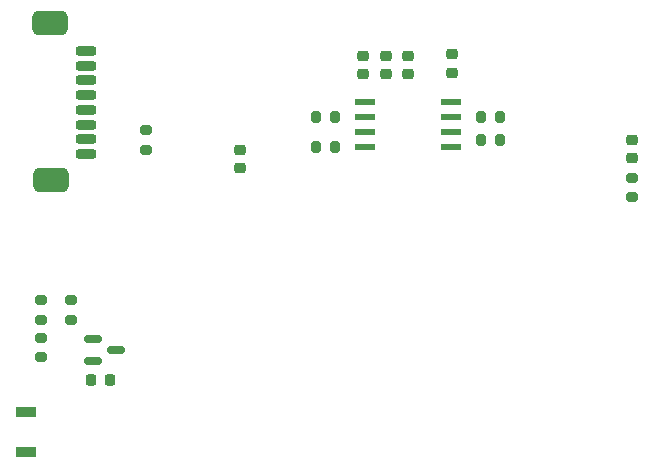
<source format=gbr>
%TF.GenerationSoftware,KiCad,Pcbnew,7.0.10*%
%TF.CreationDate,2024-01-10T06:21:24+05:30*%
%TF.ProjectId,Dashcam,44617368-6361-46d2-9e6b-696361645f70,rev?*%
%TF.SameCoordinates,Original*%
%TF.FileFunction,Paste,Bot*%
%TF.FilePolarity,Positive*%
%FSLAX46Y46*%
G04 Gerber Fmt 4.6, Leading zero omitted, Abs format (unit mm)*
G04 Created by KiCad (PCBNEW 7.0.10) date 2024-01-10 06:21:24*
%MOMM*%
%LPD*%
G01*
G04 APERTURE LIST*
G04 Aperture macros list*
%AMRoundRect*
0 Rectangle with rounded corners*
0 $1 Rounding radius*
0 $2 $3 $4 $5 $6 $7 $8 $9 X,Y pos of 4 corners*
0 Add a 4 corners polygon primitive as box body*
4,1,4,$2,$3,$4,$5,$6,$7,$8,$9,$2,$3,0*
0 Add four circle primitives for the rounded corners*
1,1,$1+$1,$2,$3*
1,1,$1+$1,$4,$5*
1,1,$1+$1,$6,$7*
1,1,$1+$1,$8,$9*
0 Add four rect primitives between the rounded corners*
20,1,$1+$1,$2,$3,$4,$5,0*
20,1,$1+$1,$4,$5,$6,$7,0*
20,1,$1+$1,$6,$7,$8,$9,0*
20,1,$1+$1,$8,$9,$2,$3,0*%
G04 Aperture macros list end*
%ADD10RoundRect,0.200000X-0.200000X-0.275000X0.200000X-0.275000X0.200000X0.275000X-0.200000X0.275000X0*%
%ADD11RoundRect,0.225000X-0.250000X0.225000X-0.250000X-0.225000X0.250000X-0.225000X0.250000X0.225000X0*%
%ADD12RoundRect,0.200000X-0.650000X0.200000X-0.650000X-0.200000X0.650000X-0.200000X0.650000X0.200000X0*%
%ADD13RoundRect,0.525000X-0.975000X0.525000X-0.975000X-0.525000X0.975000X-0.525000X0.975000X0.525000X0*%
%ADD14RoundRect,0.150000X-0.587500X-0.150000X0.587500X-0.150000X0.587500X0.150000X-0.587500X0.150000X0*%
%ADD15RoundRect,0.200000X-0.275000X0.200000X-0.275000X-0.200000X0.275000X-0.200000X0.275000X0.200000X0*%
%ADD16RoundRect,0.200000X0.275000X-0.200000X0.275000X0.200000X-0.275000X0.200000X-0.275000X-0.200000X0*%
%ADD17RoundRect,0.225000X0.225000X0.250000X-0.225000X0.250000X-0.225000X-0.250000X0.225000X-0.250000X0*%
%ADD18RoundRect,0.040600X0.814400X0.249400X-0.814400X0.249400X-0.814400X-0.249400X0.814400X-0.249400X0*%
%ADD19R,1.700000X0.900000*%
%ADD20RoundRect,0.225000X0.250000X-0.225000X0.250000X0.225000X-0.250000X0.225000X-0.250000X-0.225000X0*%
G04 APERTURE END LIST*
D10*
%TO.C,R7*%
X134020000Y-58115000D03*
X135670000Y-58115000D03*
%TD*%
D11*
%TO.C,C8*%
X145513000Y-52768000D03*
X145513000Y-54318000D03*
%TD*%
D12*
%TO.C,J4*%
X114570000Y-52470000D03*
X114570000Y-53720000D03*
X114570000Y-54970000D03*
X114570000Y-56220000D03*
X114570000Y-57470000D03*
X114570000Y-58720000D03*
X114570000Y-59970000D03*
X114570000Y-61220000D03*
D13*
X111520000Y-50120000D03*
X111595000Y-63420000D03*
%TD*%
D14*
%TO.C,U2*%
X115190000Y-78750000D03*
X115190000Y-76850000D03*
X117065000Y-77800000D03*
%TD*%
D15*
%TO.C,R3*%
X160780000Y-63245000D03*
X160780000Y-64895000D03*
%TD*%
D11*
%TO.C,C7*%
X141830000Y-52895000D03*
X141830000Y-54445000D03*
%TD*%
D16*
%TO.C,R1*%
X110715000Y-76785000D03*
X110715000Y-78435000D03*
%TD*%
D11*
%TO.C,C6*%
X138020000Y-52895000D03*
X138020000Y-54445000D03*
%TD*%
D17*
%TO.C,C1*%
X116570000Y-80340000D03*
X115020000Y-80340000D03*
%TD*%
D10*
%TO.C,R9*%
X147990000Y-60020000D03*
X149640000Y-60020000D03*
%TD*%
D18*
%TO.C,U3*%
X145460000Y-56845000D03*
X145460000Y-58115000D03*
X145460000Y-59385000D03*
X145460000Y-60655000D03*
X138200000Y-60655000D03*
X138200000Y-59385000D03*
X138200000Y-58115000D03*
X138200000Y-56845000D03*
%TD*%
D19*
%TO.C,SW1*%
X109445000Y-83085000D03*
X109445000Y-86485000D03*
%TD*%
D11*
%TO.C,C5*%
X139925000Y-52895000D03*
X139925000Y-54445000D03*
%TD*%
D10*
%TO.C,R8*%
X147990000Y-58115000D03*
X149640000Y-58115000D03*
%TD*%
D20*
%TO.C,DC_U1*%
X127606000Y-62433000D03*
X127606000Y-60883000D03*
%TD*%
D11*
%TO.C,DC_U4*%
X160753000Y-60007000D03*
X160753000Y-61557000D03*
%TD*%
D15*
%TO.C,R4*%
X113255000Y-73610000D03*
X113255000Y-75260000D03*
%TD*%
%TO.C,R2*%
X119605000Y-59195000D03*
X119605000Y-60845000D03*
%TD*%
D16*
%TO.C,R5*%
X110715000Y-75260000D03*
X110715000Y-73610000D03*
%TD*%
D10*
%TO.C,R6*%
X134020000Y-60655000D03*
X135670000Y-60655000D03*
%TD*%
M02*

</source>
